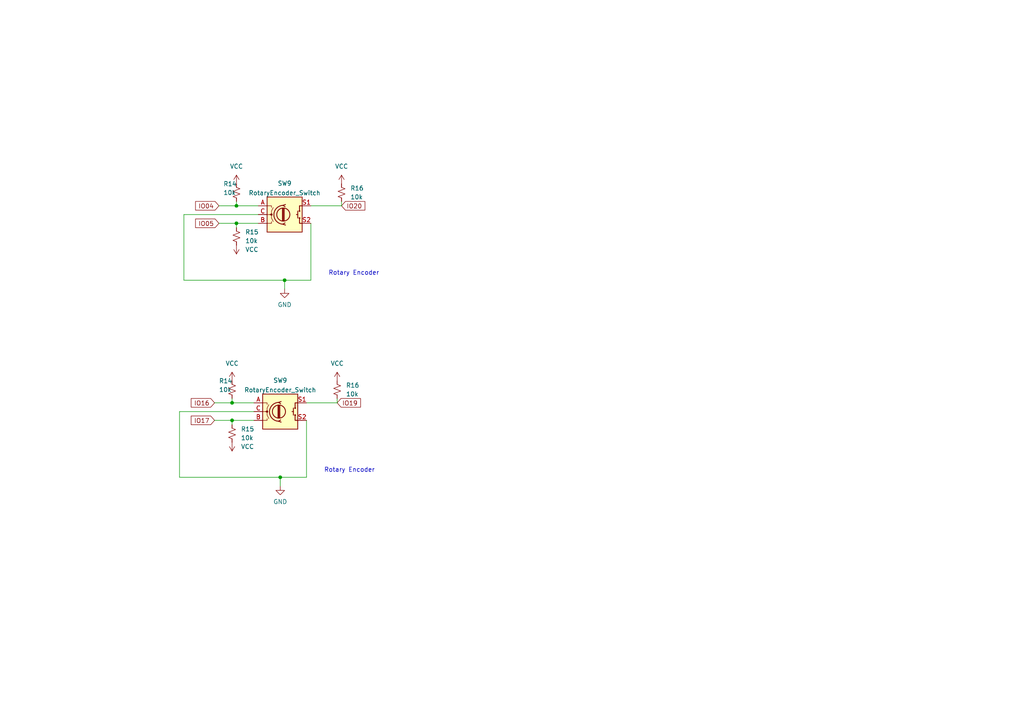
<source format=kicad_sch>
(kicad_sch (version 20230121) (generator eeschema)
  (paper "A4")
  (lib_symbols
    (symbol "Device:R_Small_US" (pin_numbers hide) (pin_names (offset 0.254) hide)
      (property "Reference" "R" (at 0.762 0.508 0))
      (property "Value" "R_Small_US" (at 0.762 -1.016 0))
      (symbol "R_Small_US_1_1"
        (polyline (pts (xy 0 0) (xy 1.016 -0.381) (xy 0 -0.762) (xy -1.016 -1.143) (xy 0 -1.524)))
        (polyline (pts (xy 0 1.524) (xy 1.016 1.143) (xy 0 0.762) (xy -1.016 0.381) (xy 0 0)))
        (pin passive line (at 0 2.54 270) (length 1.016) (name "~") (number "1"))
        (pin passive line (at 0 -2.54 90) (length 1.016) (name "~") (number "2"))
      )
    )
    (symbol "Device:RotaryEncoder_Switch" (pin_names (offset 0.254) hide)
      (property "Reference" "SW" (at 0 6.604 0))
      (property "Value" "RotaryEncoder_Switch" (at 0 -6.604 0))
      (symbol "RotaryEncoder_Switch_0_1"
        (rectangle (start -5.08 5.08) (end 5.08 -5.08) (stroke (width 0.254)) (fill (type background)))
        (circle (center -3.81 0) (radius 0.254) (fill (type outline)))
        (circle (center -0.381 0) (radius 1.905) (stroke (width 0.254)))
        (arc (start -0.381 2.667) (mid -3.0988 -0.0635) (end -0.381 -2.794) (stroke (width 0.254)))
        (polyline (pts (xy -0.635 -1.778) (xy -0.635 1.778)) (stroke (width 0.254)))
        (polyline (pts (xy -0.381 -1.778) (xy -0.381 1.778)) (stroke (width 0.254)))
        (polyline (pts (xy -0.127 1.778) (xy -0.127 -1.778)) (stroke (width 0.254)))
        (polyline (pts (xy 3.81 0) (xy 3.429 0)) (stroke (width 0.254)))
        (polyline (pts (xy 3.81 1.016) (xy 3.81 -1.016)) (stroke (width 0.254)))
        (polyline (pts (xy -5.08 -2.54) (xy -3.81 -2.54) (xy -3.81 -2.032)))
        (polyline (pts (xy -5.08 2.54) (xy -3.81 2.54) (xy -3.81 2.032)))
        (polyline (pts (xy 0.254 -3.048) (xy -0.508 -2.794) (xy 0.127 -2.413)) (stroke (width 0.254)))
        (polyline (pts (xy 0.254 2.921) (xy -0.508 2.667) (xy 0.127 2.286)) (stroke (width 0.254)))
        (polyline (pts (xy 5.08 -2.54) (xy 4.318 -2.54) (xy 4.318 -1.016)) (stroke (width 0.254)))
        (polyline (pts (xy 5.08 2.54) (xy 4.318 2.54) (xy 4.318 1.016)) (stroke (width 0.254)))
        (polyline (pts (xy -5.08 0) (xy -3.81 0) (xy -3.81 -1.016) (xy -3.302 -2.032)))
        (polyline (pts (xy -4.318 0) (xy -3.81 0) (xy -3.81 1.016) (xy -3.302 2.032)))
        (circle (center 4.318 -1.016) (radius 0.127) (stroke (width 0.254)))
        (circle (center 4.318 1.016) (radius 0.127) (stroke (width 0.254)))
      )
      (symbol "RotaryEncoder_Switch_1_1"
        (pin passive line (at -7.62 2.54 0) (length 2.54) (name "A") (number "A"))
        (pin passive line (at -7.62 -2.54 0) (length 2.54) (name "B") (number "B"))
        (pin passive line (at -7.62 0 0) (length 2.54) (name "C") (number "C"))
        (pin passive line (at 7.62 2.54 180) (length 2.54) (name "S1") (number "S1"))
        (pin passive line (at 7.62 -2.54 180) (length 2.54) (name "S2") (number "S2"))
      )
    )
    (symbol "power:GND" (power) (pin_names (offset 0))
      (property "Value" "GND" (at 0 -3.81 0))
      (symbol "GND_0_1"
        (polyline (pts (xy 0 0) (xy 0 -1.27) (xy 1.27 -1.27) (xy 0 -2.54) (xy -1.27 -1.27) (xy 0 -1.27)))
      )
      (symbol "GND_1_1"
        (pin power_in line (at 0 0 270) (length 0) hide (name "GND") (number "1"))
      )
    )
    (symbol "power:VCC" (power) (pin_names (offset 0))
      (property "Value" "VCC" (at 0 3.81 0))
      (symbol "VCC_0_1"
        (polyline (pts (xy -0.762 1.27) (xy 0 2.54)))
        (polyline (pts (xy 0 0) (xy 0 2.54)))
        (polyline (pts (xy 0 2.54) (xy 0.762 1.27)))
      )
      (symbol "VCC_1_1"
        (pin power_in line (at 0 0 90) (length 0) hide (name "VCC") (number "1"))
      )
    )
  )
  (junction (at 67.31 116.84))
  (junction (at 68.58 64.77))
  (junction (at 82.55 81.28))
  (junction (at 68.58 59.69))
  (junction (at 81.28 138.43))
  (junction (at 67.31 121.92))
  (wire (pts (xy 90.17 59.69) (xy 99.06 59.69)))
  (wire (pts (xy 53.34 81.28) (xy 82.55 81.28)))
  (wire (pts (xy 68.58 58.42) (xy 68.58 59.69)))
  (wire (pts (xy 88.9 116.84) (xy 97.79 116.84)))
  (wire (pts (xy 97.79 115.57) (xy 97.79 116.84)))
  (wire (pts (xy 68.58 64.77) (xy 68.58 66.04)))
  (wire (pts (xy 68.58 64.77) (xy 74.93 64.77)))
  (wire (pts (xy 67.31 116.84) (xy 73.66 116.84)))
  (wire (pts (xy 82.55 81.28) (xy 82.55 83.82)))
  (wire (pts (xy 90.17 81.28) (xy 82.55 81.28)))
  (wire (pts (xy 63.5 64.77) (xy 68.58 64.77)))
  (wire (pts (xy 68.58 59.69) (xy 74.93 59.69)))
  (wire (pts (xy 67.31 121.92) (xy 67.31 123.19)))
  (wire (pts (xy 63.5 59.69) (xy 68.58 59.69)))
  (wire (pts (xy 52.07 119.38) (xy 52.07 138.43)))
  (wire (pts (xy 88.9 121.92) (xy 88.9 138.43)))
  (wire (pts (xy 67.31 121.92) (xy 73.66 121.92)))
  (wire (pts (xy 52.07 138.43) (xy 81.28 138.43)))
  (wire (pts (xy 62.23 116.84) (xy 67.31 116.84)))
  (wire (pts (xy 67.31 115.57) (xy 67.31 116.84)))
  (wire (pts (xy 88.9 138.43) (xy 81.28 138.43)))
  (wire (pts (xy 81.28 138.43) (xy 81.28 140.97)))
  (wire (pts (xy 73.66 119.38) (xy 52.07 119.38)))
  (wire (pts (xy 53.34 62.23) (xy 53.34 81.28)))
  (wire (pts (xy 90.17 64.77) (xy 90.17 81.28)))
  (wire (pts (xy 74.93 62.23) (xy 53.34 62.23)))
  (wire (pts (xy 99.06 58.42) (xy 99.06 59.69)))
  (wire (pts (xy 62.23 121.92) (xy 67.31 121.92)))
  (text "Rotary Encoder\n" (at 93.98 137.16 0) (effects (font (size 1.27 1.27)) (justify left bottom)))
  (text "Rotary Encoder\n" (at 95.25 80.01 0) (effects (font (size 1.27 1.27)) (justify left bottom)))
  (global_label "IO20" (shape input) (at 99.06 59.69 0) (property "Intersheetrefs" "${INTERSHEET_REFS}" (effects hide)))
  (global_label "IO04" (shape input) (at 63.5 59.69 180) (property "Intersheetrefs" "${INTERSHEET_REFS}" (effects hide)))
  (global_label "IO19" (shape input) (at 97.79 116.84 0) (property "Intersheetrefs" "${INTERSHEET_REFS}" (effects hide)))
  (global_label "IO05" (shape input) (at 63.5 64.77 180) (property "Intersheetrefs" "${INTERSHEET_REFS}" (effects hide)))
  (global_label "IO17" (shape input) (at 62.23 121.92 180) (property "Intersheetrefs" "${INTERSHEET_REFS}" (effects hide)))
  (global_label "IO16" (shape input) (at 62.23 116.84 180) (property "Intersheetrefs" "${INTERSHEET_REFS}" (effects hide)))
  (symbol (lib_id "Device:RotaryEncoder_Switch") (at 82.55 62.23 0) (unit 1)
    (property "Reference" "SW9" (at 82.55 53.1835 0))
    (property "Value" "RotaryEncoder_Switch" (at 82.55 55.9586 0))
    (property "Footprint" "Rotary_Encoder:RotaryEncoder_Alps_EC11E-Switch_Vertical_H20mm_CircularMountingHoles" (effects hide))
    (instances (project "ProjectNeoRogue" (path "" (reference "SW9") (unit 1)) (path "" (reference "SW9") (unit 1))) (project "BsidesKC-2022-Safe-Badge" (path "" (reference "SW3") (unit 1))))
  )
  (symbol (lib_id "Device:R_Small_US") (at 67.31 125.73 0) (unit 1)
    (property "Reference" "R15" (at 69.85 124.4599 0) (effects (justify left)))
    (property "Value" "10k" (at 69.85 126.9999 0) (effects (justify left)))
    (property "Footprint" "BadgePirates:R_1206_3216Metric" (effects hide))
    (instances (project "ProjectNeoRogue" (path "" (reference "R15") (unit 1)) (path "" (reference "R18") (unit 1))) (project "BsidesKC-2022-Safe-Badge" (path "" (reference "R17") (unit 1))))
  )
  (symbol (lib_id "power:VCC") (at 67.31 110.49 0) (unit 1)
    (property "Reference" "#PWR053" (effects hide))
    (property "Value" "VCC" (at 67.31 105.41 0))
    (instances (project "ProjectNeoRogue" (path "" (reference "#PWR053") (unit 1)) (path "" (reference "#PWR057") (unit 1))) (project "BsidesKC-2022-Safe-Badge" (path "" (reference "#PWR011") (unit 1))))
  )
  (symbol (lib_id "power:VCC") (at 68.58 71.12 180) (unit 1)
    (property "Reference" "#PWR054" (effects hide))
    (property "Value" "VCC" (at 71.12 72.3899 0) (effects (justify right)))
    (instances (project "ProjectNeoRogue" (path "" (reference "#PWR054") (unit 1)) (path "" (reference "#PWR054") (unit 1))) (project "BsidesKC-2022-Safe-Badge" (path "" (reference "#PWR012") (unit 1))))
  )
  (symbol (lib_id "power:VCC") (at 99.06 53.34 0) (unit 1)
    (property "Reference" "#PWR056" (effects hide))
    (property "Value" "VCC" (at 99.06 48.26 0))
    (instances (project "ProjectNeoRogue" (path "" (reference "#PWR056") (unit 1)) (path "" (reference "#PWR056") (unit 1))) (project "BsidesKC-2022-Safe-Badge" (path "" (reference "#PWR015") (unit 1))))
  )
  (symbol (lib_id "Device:R_Small_US") (at 97.79 113.03 0) (unit 1)
    (property "Reference" "R16" (at 100.33 111.7599 0) (effects (justify left)))
    (property "Value" "10k" (at 100.33 114.2999 0) (effects (justify left)))
    (property "Footprint" "BadgePirates:R_1206_3216Metric" (effects hide))
    (instances (project "ProjectNeoRogue" (path "" (reference "R16") (unit 1)) (path "" (reference "R19") (unit 1))) (project "BsidesKC-2022-Safe-Badge" (path "" (reference "R21") (unit 1))))
  )
  (symbol (lib_id "Device:R_Small_US") (at 99.06 55.88 0) (unit 1)
    (property "Reference" "R16" (at 101.6 54.6099 0) (effects (justify left)))
    (property "Value" "10k" (at 101.6 57.1499 0) (effects (justify left)))
    (property "Footprint" "BadgePirates:R_1206_3216Metric" (effects hide))
    (instances (project "ProjectNeoRogue" (path "" (reference "R16") (unit 1)) (path "" (reference "R16") (unit 1))) (project "BsidesKC-2022-Safe-Badge" (path "" (reference "R21") (unit 1))))
  )
  (symbol (lib_id "power:GND") (at 81.28 140.97 0) (unit 1)
    (property "Reference" "#PWR055" (effects hide))
    (property "Value" "GND" (at 81.28 145.5325 0))
    (instances (project "ProjectNeoRogue" (path "" (reference "#PWR055") (unit 1)) (path "" (reference "#PWR059") (unit 1))) (project "BsidesKC-2022-Safe-Badge" (path "" (reference "#PWR014") (unit 1))))
  )
  (symbol (lib_id "Device:R_Small_US") (at 67.31 113.03 180) (unit 1)
    (property "Reference" "R14" (at 63.5 110.49 0) (effects (justify right)))
    (property "Value" "10k" (at 63.5 113.03 0) (effects (justify right)))
    (property "Footprint" "BadgePirates:R_1206_3216Metric" (effects hide))
    (instances (project "ProjectNeoRogue" (path "" (reference "R14") (unit 1)) (path "" (reference "R17") (unit 1))) (project "BsidesKC-2022-Safe-Badge" (path "" (reference "R16") (unit 1))))
  )
  (symbol (lib_id "Device:RotaryEncoder_Switch") (at 81.28 119.38 0) (unit 1)
    (property "Reference" "SW9" (at 81.28 110.3335 0))
    (property "Value" "RotaryEncoder_Switch" (at 81.28 113.1086 0))
    (property "Footprint" "Rotary_Encoder:RotaryEncoder_Alps_EC11E-Switch_Vertical_H20mm_CircularMountingHoles" (effects hide))
    (instances (project "ProjectNeoRogue" (path "" (reference "SW9") (unit 1)) (path "" (reference "SW10") (unit 1))) (project "BsidesKC-2022-Safe-Badge" (path "" (reference "SW3") (unit 1))))
  )
  (symbol (lib_id "power:GND") (at 82.55 83.82 0) (unit 1)
    (property "Reference" "#PWR055" (effects hide))
    (property "Value" "GND" (at 82.55 88.3825 0))
    (instances (project "ProjectNeoRogue" (path "" (reference "#PWR055") (unit 1)) (path "" (reference "#PWR055") (unit 1))) (project "BsidesKC-2022-Safe-Badge" (path "" (reference "#PWR014") (unit 1))))
  )
  (symbol (lib_id "Device:R_Small_US") (at 68.58 68.58 0) (unit 1)
    (property "Reference" "R15" (at 71.12 67.3099 0) (effects (justify left)))
    (property "Value" "10k" (at 71.12 69.8499 0) (effects (justify left)))
    (property "Footprint" "BadgePirates:R_1206_3216Metric" (effects hide))
    (instances (project "ProjectNeoRogue" (path "" (reference "R15") (unit 1)) (path "" (reference "R15") (unit 1))) (project "BsidesKC-2022-Safe-Badge" (path "" (reference "R17") (unit 1))))
  )
  (symbol (lib_id "Device:R_Small_US") (at 68.58 55.88 180) (unit 1)
    (property "Reference" "R14" (at 64.77 53.34 0) (effects (justify right)))
    (property "Value" "10k" (at 64.77 55.88 0) (effects (justify right)))
    (property "Footprint" "BadgePirates:R_1206_3216Metric" (effects hide))
    (instances (project "ProjectNeoRogue" (path "" (reference "R14") (unit 1)) (path "" (reference "R14") (unit 1))) (project "BsidesKC-2022-Safe-Badge" (path "" (reference "R16") (unit 1))))
  )
  (symbol (lib_id "power:VCC") (at 97.79 110.49 0) (unit 1)
    (property "Reference" "#PWR056" (effects hide))
    (property "Value" "VCC" (at 97.79 105.41 0))
    (instances (project "ProjectNeoRogue" (path "" (reference "#PWR056") (unit 1)) (path "" (reference "#PWR060") (unit 1))) (project "BsidesKC-2022-Safe-Badge" (path "" (reference "#PWR015") (unit 1))))
  )
  (symbol (lib_id "power:VCC") (at 68.58 53.34 0) (unit 1)
    (property "Reference" "#PWR053" (effects hide))
    (property "Value" "VCC" (at 68.58 48.26 0))
    (instances (project "ProjectNeoRogue" (path "" (reference "#PWR053") (unit 1)) (path "" (reference "#PWR053") (unit 1))) (project "BsidesKC-2022-Safe-Badge" (path "" (reference "#PWR011") (unit 1))))
  )
  (symbol (lib_id "power:VCC") (at 67.31 128.27 180) (unit 1)
    (property "Reference" "#PWR054" (effects hide))
    (property "Value" "VCC" (at 69.85 129.5399 0) (effects (justify right)))
    (instances (project "ProjectNeoRogue" (path "" (reference "#PWR054") (unit 1)) (path "" (reference "#PWR058") (unit 1))) (project "BsidesKC-2022-Safe-Badge" (path "" (reference "#PWR012") (unit 1))))
  )
)
</source>
